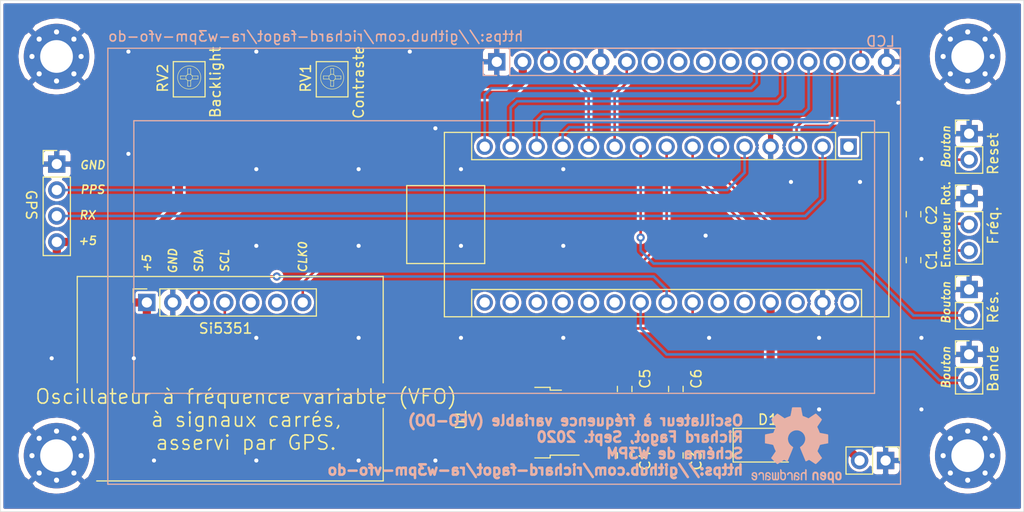
<source format=kicad_pcb>
(kicad_pcb (version 20171130) (host pcbnew "(5.1.6)-1")
  (layers (0 F.Cu signal) (31 B.Cu signal) (34 B.Paste user hide) (35 F.Paste user hide) (36 B.SilkS user) (37 F.SilkS user) (38 B.Mask user hide) (39 F.Mask user) (44 Edge.Cuts user))
  (net 0 "")
  (net 1 "Net-(A1-Pad16)")
  (net 2 D7)
  (net 3 "Net-(A1-Pad30)")
  (net 4 D6)
  (net 5 D5)
  (net 6 "Net-(A1-Pad28)")
  (net 7 D4)
  (net 8 RS)
  (net 9 "Net-(A1-Pad26)")
  (net 10 "Net-(A1-Pad25)")
  (net 11 Résolution)
  (net 12 SCL)
  (net 13 CLK0)
  (net 14 SDA)
  (net 15 RotaryB)
  (net 16 Bande)
  (net 17 RotaryA)
  (net 18 "Net-(A1-Pad21)")
  (net 19 "Net-(A1-Pad20)")
  (net 20 "Net-(A1-Pad19)")
  (net 21 RST)
  (net 22 "Net-(A1-Pad18)")
  (net 23 "Net-(A1-Pad17)")
  (net 24 "Net-(A1-Pad1)")
  (net 25 V0)
  (net 26 A)
  (net 27 "Net-(J8-Pad10)")
  (net 28 "Net-(J8-Pad9)")
  (net 29 "Net-(J8-Pad8)")
  (net 30 "Net-(J8-Pad7)")
  (net 31 +5V)
  (net 32 PPS)
  (net 33 GPS_RX)
  (net 34 E)
  (net 35 +12V)
  (net 36 "Net-(J5-Pad6)")
  (net 37 "Net-(J5-Pad5)")
  (net 38 "Net-(C3-Pad1)")
  (net 39 "Net-(RV2-Pad3)")
  (net 40 GND)
  (module Symbol:OSHW-Logo2_9.8x8mm_SilkScreen (layer B.Cu) (at 177.8 143.51 180)
    (fp_text reference REF** hide)
    (fp_text value OSHW-Logo2_9.8x8mm_SilkScreen hide)
  )
  (module Diode_SMD:D_SMA (layer F.Cu) (at 175 143.5)
    (fp_text reference D1 (at 0 -2.5 180) (layer F.SilkS))
    (fp_text value D_Schottky)
    (pad 2 smd rect (at 2 0) (size 2.5 1.8) (layers F.Cu F.Paste F.Mask) (net 35 +12V))
    (pad 1 smd rect (at -2 0) (size 2.5 1.8) (layers F.Cu F.Paste F.Mask) (net 38 "Net-(C3-Pad1)"))
  )
  (module Package_TO_SOT_SMD:TO-252-2 (layer F.Cu) (at 151.2472 141.295 180)
    (fp_text reference U1 (at 6.2472 0.295 270) (layer F.SilkS))
    (fp_text value L7805)
    (pad 2 smd rect (at 2.1 0 180) (size 6.4 5.8) (layers F.Cu F.Mask) (net 40 GND))
    (pad 3 smd rect (at -4.2 2.28 180) (size 2.2 1.2) (layers F.Cu F.Paste F.Mask) (net 31 +5V))
    (pad 1 smd rect (at -4.2 -2.28 180) (size 2.2 1.2) (layers F.Cu F.Paste F.Mask) (net 38 "Net-(C3-Pad1)"))
  )
  (module Module:Arduino_Nano (layer F.Cu) (at 182.88 114.3 270)
    (fp_text reference A1 hide)
    (fp_text value Arduino_Nano_v3.x hide)
    (pad 16 thru_hole oval (at 15.24 35.56 270) (size 1.6 1.6) (drill 1) (layers *.Cu *.Mask) (net 1 "Net-(A1-Pad16)"))
    (pad 15 thru_hole oval (at 0 35.56 270) (size 1.6 1.6) (drill 1) (layers *.Cu *.Mask) (net 7 D4))
    (pad 30 thru_hole oval (at 15.24 0 270) (size 1.6 1.6) (drill 1) (layers *.Cu *.Mask) (net 3 "Net-(A1-Pad30)"))
    (pad 14 thru_hole oval (at 0 33.02 270) (size 1.6 1.6) (drill 1) (layers *.Cu *.Mask) (net 5 D5))
    (pad 29 thru_hole oval (at 15.24 2.54 270) (size 1.6 1.6) (drill 1) (layers *.Cu *.Mask) (net 40 GND))
    (pad 13 thru_hole oval (at 0 30.48 270) (size 1.6 1.6) (drill 1) (layers *.Cu *.Mask) (net 4 D6))
    (pad 28 thru_hole oval (at 15.24 5.08 270) (size 1.6 1.6) (drill 1) (layers *.Cu *.Mask) (net 6 "Net-(A1-Pad28)"))
    (pad 12 thru_hole oval (at 0 27.94 270) (size 1.6 1.6) (drill 1) (layers *.Cu *.Mask) (net 2 D7))
    (pad 27 thru_hole oval (at 15.24 7.62 270) (size 1.6 1.6) (drill 1) (layers *.Cu *.Mask) (net 31 +5V))
    (pad 11 thru_hole oval (at 0 25.4 270) (size 1.6 1.6) (drill 1) (layers *.Cu *.Mask) (net 8 RS))
    (pad 26 thru_hole oval (at 15.24 10.16 270) (size 1.6 1.6) (drill 1) (layers *.Cu *.Mask) (net 9 "Net-(A1-Pad26)"))
    (pad 10 thru_hole oval (at 0 22.86 270) (size 1.6 1.6) (drill 1) (layers *.Cu *.Mask) (net 34 E))
    (pad 25 thru_hole oval (at 15.24 12.7 270) (size 1.6 1.6) (drill 1) (layers *.Cu *.Mask) (net 10 "Net-(A1-Pad25)"))
    (pad 9 thru_hole oval (at 0 20.32 270) (size 1.6 1.6) (drill 1) (layers *.Cu *.Mask) (net 11 Résolution))
    (pad 24 thru_hole oval (at 15.24 15.24 270) (size 1.6 1.6) (drill 1) (layers *.Cu *.Mask) (net 12 SCL))
    (pad 8 thru_hole oval (at 0 17.78 270) (size 1.6 1.6) (drill 1) (layers *.Cu *.Mask) (net 13 CLK0))
    (pad 23 thru_hole oval (at 15.24 17.78 270) (size 1.6 1.6) (drill 1) (layers *.Cu *.Mask) (net 14 SDA))
    (pad 7 thru_hole oval (at 0 15.24 270) (size 1.6 1.6) (drill 1) (layers *.Cu *.Mask) (net 15 RotaryB))
    (pad 22 thru_hole oval (at 15.24 20.32 270) (size 1.6 1.6) (drill 1) (layers *.Cu *.Mask) (net 16 Bande))
    (pad 6 thru_hole oval (at 0 12.7 270) (size 1.6 1.6) (drill 1) (layers *.Cu *.Mask) (net 17 RotaryA))
    (pad 21 thru_hole oval (at 15.24 22.86 270) (size 1.6 1.6) (drill 1) (layers *.Cu *.Mask) (net 18 "Net-(A1-Pad21)"))
    (pad 5 thru_hole oval (at 0 10.16 270) (size 1.6 1.6) (drill 1) (layers *.Cu *.Mask) (net 32 PPS))
    (pad 20 thru_hole oval (at 15.24 25.4 270) (size 1.6 1.6) (drill 1) (layers *.Cu *.Mask) (net 19 "Net-(A1-Pad20)"))
    (pad 4 thru_hole oval (at 0 7.62 270) (size 1.6 1.6) (drill 1) (layers *.Cu *.Mask) (net 40 GND))
    (pad 19 thru_hole oval (at 15.24 27.94 270) (size 1.6 1.6) (drill 1) (layers *.Cu *.Mask) (net 20 "Net-(A1-Pad19)"))
    (pad 3 thru_hole oval (at 0 5.08 270) (size 1.6 1.6) (drill 1) (layers *.Cu *.Mask) (net 21 RST))
    (pad 18 thru_hole oval (at 15.24 30.48 270) (size 1.6 1.6) (drill 1) (layers *.Cu *.Mask) (net 22 "Net-(A1-Pad18)"))
    (pad 2 thru_hole oval (at 0 2.54 270) (size 1.6 1.6) (drill 1) (layers *.Cu *.Mask) (net 33 GPS_RX))
    (pad 17 thru_hole oval (at 15.24 33.02 270) (size 1.6 1.6) (drill 1) (layers *.Cu *.Mask) (net 23 "Net-(A1-Pad17)"))
    (pad 1 thru_hole rect (at 0 0 270) (size 1.6 1.6) (drill 1) (layers *.Cu *.Mask) (net 24 "Net-(A1-Pad1)"))
  )
  (module Connector_PinHeader_2.54mm:PinHeader_1x04_P2.54mm_Vertical (layer F.Cu) (at 105.5 116)
    (fp_text reference J10 hide)
    (fp_text value GPS hide)
    (pad 4 thru_hole oval (at 0 7.62) (size 1.7 1.7) (drill 1) (layers *.Cu *.Mask) (net 31 +5V))
    (pad 3 thru_hole oval (at 0 5.08) (size 1.7 1.7) (drill 1) (layers *.Cu *.Mask) (net 33 GPS_RX))
    (pad 2 thru_hole oval (at 0 2.54) (size 1.7 1.7) (drill 1) (layers *.Cu *.Mask) (net 32 PPS))
    (pad 1 thru_hole rect (at 0 0) (size 1.7 1.7) (drill 1) (layers *.Cu *.Mask) (net 40 GND))
  )
  (module Capacitor_SMD:C_0805_2012Metric (layer F.Cu) (at 166 138 90)
    (fp_text reference C6 (at 1 2 90) (layer F.SilkS))
    (fp_text value 4.7µF)
    (pad 2 smd roundrect (at 0.9375 0 90) (size 0.975 1.4) (layers F.Cu F.Paste F.Mask) (net 40 GND))
    (pad 1 smd roundrect (at -0.9375 0 90) (size 0.975 1.4) (layers F.Cu F.Paste F.Mask) (net 31 +5V))
  )
  (module Capacitor_SMD:C_0805_2012Metric (layer F.Cu) (at 161 138 90)
    (fp_text reference C5 (at 1 2 90) (layer F.SilkS))
    (fp_text value 0.1µF)
    (pad 2 smd roundrect (at 0.9375 0 90) (size 0.975 1.4) (layers F.Cu F.Paste F.Mask) (net 40 GND))
    (pad 1 smd roundrect (at -0.9375 0 90) (size 0.975 1.4) (layers F.Cu F.Paste F.Mask) (net 31 +5V))
  )
  (module Capacitor_SMD:C_0805_2012Metric (layer F.Cu) (at 161 144.5 270)
    (fp_text reference C4 (at 0.5 -2 90) (layer F.SilkS))
    (fp_text value 0.1µF)
    (pad 2 smd roundrect (at 0.9375 0 270) (size 0.975 1.4) (layers F.Cu F.Paste F.Mask) (net 40 GND))
    (pad 1 smd roundrect (at -0.9375 0 270) (size 0.975 1.4) (layers F.Cu F.Paste F.Mask) (net 38 "Net-(C3-Pad1)"))
  )
  (module Capacitor_SMD:C_0805_2012Metric (layer F.Cu) (at 166 144.5 270)
    (fp_text reference C3 (at 0.5 -2 90) (layer F.SilkS))
    (fp_text value 4.7µF)
    (pad 2 smd roundrect (at 0.9375 0 270) (size 0.975 1.4) (layers F.Cu F.Paste F.Mask) (net 40 GND))
    (pad 1 smd roundrect (at -0.9375 0 270) (size 0.975 1.4) (layers F.Cu F.Paste F.Mask) (net 38 "Net-(C3-Pad1)"))
  )
  (module Capacitor_SMD:C_0805_2012Metric (layer F.Cu) (at 189.23 120.904 270)
    (fp_text reference C2 (at 0.096 -1.77 90) (layer F.SilkS))
    (fp_text value 0.1µF)
    (pad 2 smd roundrect (at 0.9375 0 270) (size 0.975 1.4) (layers F.Cu F.Paste F.Mask) (net 17 RotaryA))
    (pad 1 smd roundrect (at -0.9375 0 270) (size 0.975 1.4) (layers F.Cu F.Paste F.Mask) (net 40 GND))
  )
  (module Capacitor_SMD:C_0805_2012Metric (layer F.Cu) (at 189.23 125.3975 90)
    (fp_text reference C1 (at 0 1.77 90) (layer F.SilkS))
    (fp_text value 0.1µF)
    (pad 2 smd roundrect (at 0.9375 0 90) (size 0.975 1.4) (layers F.Cu F.Paste F.Mask) (net 15 RotaryB))
    (pad 1 smd roundrect (at -0.9375 0 90) (size 0.975 1.4) (layers F.Cu F.Paste F.Mask) (net 40 GND))
  )
  (module Connector_PinHeader_2.54mm:PinHeader_1x02_P2.54mm_Vertical (layer F.Cu) (at 186.5 145 270)
    (fp_text reference J9 hide)
    (fp_text value "Alim +12V" hide)
    (pad 2 thru_hole oval (at 0 2.54 270) (size 1.7 1.7) (drill 1) (layers *.Cu *.Mask) (net 35 +12V))
    (pad 1 thru_hole rect (at 0 0 270) (size 1.7 1.7) (drill 1) (layers *.Cu *.Mask) (net 40 GND))
  )
  (module Connector_PinSocket_2.54mm:PinSocket_1x16_P2.54mm_Vertical (layer B.Cu) (at 148.5 106 270)
    (fp_text reference J8 hide)
    (fp_text value LCD hide)
    (pad 16 thru_hole oval (at 0 -38.1 270) (size 1.7 1.7) (drill 1) (layers *.Cu *.Mask) (net 40 GND))
    (pad 15 thru_hole oval (at 0 -35.56 270) (size 1.7 1.7) (drill 1) (layers *.Cu *.Mask) (net 26 A))
    (pad 14 thru_hole oval (at 0 -33.02 270) (size 1.7 1.7) (drill 1) (layers *.Cu *.Mask) (net 2 D7))
    (pad 13 thru_hole oval (at 0 -30.48 270) (size 1.7 1.7) (drill 1) (layers *.Cu *.Mask) (net 4 D6))
    (pad 12 thru_hole oval (at 0 -27.94 270) (size 1.7 1.7) (drill 1) (layers *.Cu *.Mask) (net 5 D5))
    (pad 11 thru_hole oval (at 0 -25.4 270) (size 1.7 1.7) (drill 1) (layers *.Cu *.Mask) (net 7 D4))
    (pad 10 thru_hole oval (at 0 -22.86 270) (size 1.7 1.7) (drill 1) (layers *.Cu *.Mask) (net 27 "Net-(J8-Pad10)"))
    (pad 9 thru_hole oval (at 0 -20.32 270) (size 1.7 1.7) (drill 1) (layers *.Cu *.Mask) (net 28 "Net-(J8-Pad9)"))
    (pad 8 thru_hole oval (at 0 -17.78 270) (size 1.7 1.7) (drill 1) (layers *.Cu *.Mask) (net 29 "Net-(J8-Pad8)"))
    (pad 7 thru_hole oval (at 0 -15.24 270) (size 1.7 1.7) (drill 1) (layers *.Cu *.Mask) (net 30 "Net-(J8-Pad7)"))
    (pad 6 thru_hole oval (at 0 -12.7 270) (size 1.7 1.7) (drill 1) (layers *.Cu *.Mask) (net 34 E))
    (pad 5 thru_hole oval (at 0 -10.16 270) (size 1.7 1.7) (drill 1) (layers *.Cu *.Mask) (net 40 GND))
    (pad 4 thru_hole oval (at 0 -7.62 270) (size 1.7 1.7) (drill 1) (layers *.Cu *.Mask) (net 8 RS))
    (pad 3 thru_hole oval (at 0 -5.08 270) (size 1.7 1.7) (drill 1) (layers *.Cu *.Mask) (net 25 V0))
    (pad 2 thru_hole oval (at 0 -2.54 270) (size 1.7 1.7) (drill 1) (layers *.Cu *.Mask) (net 31 +5V))
    (pad 1 thru_hole rect (at 0 0 270) (size 1.7 1.7) (drill 1) (layers *.Cu *.Mask) (net 40 GND))
  )
  (module Connector_PinSocket_2.54mm:PinSocket_1x07_P2.54mm_Vertical (layer F.Cu) (at 114.3 129.54 90)
    (fp_text reference J5 hide)
    (fp_text value Si5351 hide)
    (pad 7 thru_hole oval (at 0 15.24 90) (size 1.7 1.7) (drill 1) (layers *.Cu *.Mask) (net 13 CLK0))
    (pad 6 thru_hole oval (at 0 12.7 90) (size 1.7 1.7) (drill 1) (layers *.Cu *.Mask) (net 36 "Net-(J5-Pad6)"))
    (pad 5 thru_hole oval (at 0 10.16 90) (size 1.7 1.7) (drill 1) (layers *.Cu *.Mask) (net 37 "Net-(J5-Pad5)"))
    (pad 4 thru_hole oval (at 0 7.62 90) (size 1.7 1.7) (drill 1) (layers *.Cu *.Mask) (net 12 SCL))
    (pad 3 thru_hole oval (at 0 5.08 90) (size 1.7 1.7) (drill 1) (layers *.Cu *.Mask) (net 14 SDA))
    (pad 2 thru_hole oval (at 0 2.54 90) (size 1.7 1.7) (drill 1) (layers *.Cu *.Mask) (net 40 GND))
    (pad 1 thru_hole rect (at 0 0 90) (size 1.7 1.7) (drill 1) (layers *.Cu *.Mask) (net 31 +5V))
  )
  (module Connector_PinHeader_2.54mm:PinHeader_1x02_P2.54mm_Vertical (layer F.Cu) (at 194.66 128.27)
    (fp_text reference J4 hide)
    (fp_text value Résolution hide)
    (pad 2 thru_hole oval (at 0 2.54) (size 1.7 1.7) (drill 1) (layers *.Cu *.Mask) (net 11 Résolution))
    (pad 1 thru_hole rect (at 0 0) (size 1.7 1.7) (drill 1) (layers *.Cu *.Mask) (net 40 GND))
  )
  (module Connector_PinHeader_2.54mm:PinHeader_1x02_P2.54mm_Vertical (layer F.Cu) (at 194.66 113.03)
    (fp_text reference J3 hide)
    (fp_text value Reset hide)
    (pad 2 thru_hole oval (at 0 2.54) (size 1.7 1.7) (drill 1) (layers *.Cu *.Mask) (net 21 RST))
    (pad 1 thru_hole rect (at 0 0) (size 1.7 1.7) (drill 1) (layers *.Cu *.Mask) (net 40 GND))
  )
  (module Connector_PinHeader_2.54mm:PinHeader_1x02_P2.54mm_Vertical (layer F.Cu) (at 194.66 134.62)
    (fp_text reference J2 hide)
    (fp_text value Bande hide)
    (pad 2 thru_hole oval (at 0 2.54) (size 1.7 1.7) (drill 1) (layers *.Cu *.Mask) (net 16 Bande))
    (pad 1 thru_hole rect (at 0 0) (size 1.7 1.7) (drill 1) (layers *.Cu *.Mask) (net 40 GND))
  )
  (module Connector_PinHeader_2.54mm:PinHeader_1x03_P2.54mm_Vertical (layer F.Cu) (at 194.66 119.38)
    (fp_text reference J1 hide)
    (fp_text value Fréquence hide)
    (pad 3 thru_hole oval (at 0 5.08) (size 1.7 1.7) (drill 1) (layers *.Cu *.Mask) (net 15 RotaryB))
    (pad 2 thru_hole oval (at 0 2.54) (size 1.7 1.7) (drill 1) (layers *.Cu *.Mask) (net 17 RotaryA))
    (pad 1 thru_hole rect (at 0 0) (size 1.7 1.7) (drill 1) (layers *.Cu *.Mask) (net 40 GND))
  )
  (module MountingHole:MountingHole_3.2mm_M3_Pad_Via (layer F.Cu) (at 105.475 105.475)
    (fp_text reference TP1 hide)
    (fp_text value TestPoint_Alt hide)
    (pad 1 thru_hole circle (at 1.697056 -1.697056) (size 0.8 0.8) (drill 0.5) (layers *.Cu *.Mask) (net 40 GND))
    (pad 1 thru_hole circle (at 0 -2.4) (size 0.8 0.8) (drill 0.5) (layers *.Cu *.Mask) (net 40 GND))
    (pad 1 thru_hole circle (at -1.697056 -1.697056) (size 0.8 0.8) (drill 0.5) (layers *.Cu *.Mask) (net 40 GND))
    (pad 1 thru_hole circle (at -2.4 0) (size 0.8 0.8) (drill 0.5) (layers *.Cu *.Mask) (net 40 GND))
    (pad 1 thru_hole circle (at -1.697056 1.697056) (size 0.8 0.8) (drill 0.5) (layers *.Cu *.Mask) (net 40 GND))
    (pad 1 thru_hole circle (at 0 2.4) (size 0.8 0.8) (drill 0.5) (layers *.Cu *.Mask) (net 40 GND))
    (pad 1 thru_hole circle (at 1.697056 1.697056) (size 0.8 0.8) (drill 0.5) (layers *.Cu *.Mask) (net 40 GND))
    (pad 1 thru_hole circle (at 2.4 0) (size 0.8 0.8) (drill 0.5) (layers *.Cu *.Mask) (net 40 GND))
    (pad 1 thru_hole circle (at 0 0) (size 6.4 6.4) (drill 3.2) (layers *.Cu *.Mask) (net 40 GND))
  )
  (module MountingHole:MountingHole_3.2mm_M3_Pad_Via (layer F.Cu) (at 194.525 144.525)
    (fp_text reference TP2 hide)
    (fp_text value TestPoint_Alt hide)
    (pad 1 thru_hole circle (at 0 0) (size 6.4 6.4) (drill 3.2) (layers *.Cu *.Mask) (net 40 GND))
    (pad 1 thru_hole circle (at 2.4 0) (size 0.8 0.8) (drill 0.5) (layers *.Cu *.Mask) (net 40 GND))
    (pad 1 thru_hole circle (at 1.697056 1.697056) (size 0.8 0.8) (drill 0.5) (layers *.Cu *.Mask) (net 40 GND))
    (pad 1 thru_hole circle (at 0 2.4) (size 0.8 0.8) (drill 0.5) (layers *.Cu *.Mask) (net 40 GND))
    (pad 1 thru_hole circle (at -1.697056 1.697056) (size 0.8 0.8) (drill 0.5) (layers *.Cu *.Mask) (net 40 GND))
    (pad 1 thru_hole circle (at -2.4 0) (size 0.8 0.8) (drill 0.5) (layers *.Cu *.Mask) (net 40 GND))
    (pad 1 thru_hole circle (at -1.697056 -1.697056) (size 0.8 0.8) (drill 0.5) (layers *.Cu *.Mask) (net 40 GND))
    (pad 1 thru_hole circle (at 0 -2.4) (size 0.8 0.8) (drill 0.5) (layers *.Cu *.Mask) (net 40 GND))
    (pad 1 thru_hole circle (at 1.697056 -1.697056) (size 0.8 0.8) (drill 0.5) (layers *.Cu *.Mask) (net 40 GND))
  )
  (module MountingHole:MountingHole_3.2mm_M3_Pad_Via (layer F.Cu) (at 194.525 105.475)
    (fp_text reference TP3 hide)
    (fp_text value TestPoint_Alt hide)
    (pad 1 thru_hole circle (at 1.697056 -1.697056) (size 0.8 0.8) (drill 0.5) (layers *.Cu *.Mask) (net 40 GND))
    (pad 1 thru_hole circle (at 0 -2.4) (size 0.8 0.8) (drill 0.5) (layers *.Cu *.Mask) (net 40 GND))
    (pad 1 thru_hole circle (at -1.697056 -1.697056) (size 0.8 0.8) (drill 0.5) (layers *.Cu *.Mask) (net 40 GND))
    (pad 1 thru_hole circle (at -2.4 0) (size 0.8 0.8) (drill 0.5) (layers *.Cu *.Mask) (net 40 GND))
    (pad 1 thru_hole circle (at -1.697056 1.697056) (size 0.8 0.8) (drill 0.5) (layers *.Cu *.Mask) (net 40 GND))
    (pad 1 thru_hole circle (at 0 2.4) (size 0.8 0.8) (drill 0.5) (layers *.Cu *.Mask) (net 40 GND))
    (pad 1 thru_hole circle (at 1.697056 1.697056) (size 0.8 0.8) (drill 0.5) (layers *.Cu *.Mask) (net 40 GND))
    (pad 1 thru_hole circle (at 2.4 0) (size 0.8 0.8) (drill 0.5) (layers *.Cu *.Mask) (net 40 GND))
    (pad 1 thru_hole circle (at 0 0) (size 6.4 6.4) (drill 3.2) (layers *.Cu *.Mask) (net 40 GND))
  )
  (module MountingHole:MountingHole_3.2mm_M3_Pad_Via (layer F.Cu) (at 105.475 144.525)
    (fp_text reference TP4 hide)
    (fp_text value TestPoint_Alt hide)
    (pad 1 thru_hole circle (at 0 0) (size 6.4 6.4) (drill 3.2) (layers *.Cu *.Mask) (net 40 GND))
    (pad 1 thru_hole circle (at 2.4 0) (size 0.8 0.8) (drill 0.5) (layers *.Cu *.Mask) (net 40 GND))
    (pad 1 thru_hole circle (at 1.697056 1.697056) (size 0.8 0.8) (drill 0.5) (layers *.Cu *.Mask) (net 40 GND))
    (pad 1 thru_hole circle (at 0 2.4) (size 0.8 0.8) (drill 0.5) (layers *.Cu *.Mask) (net 40 GND))
    (pad 1 thru_hole circle (at -1.697056 1.697056) (size 0.8 0.8) (drill 0.5) (layers *.Cu *.Mask) (net 40 GND))
    (pad 1 thru_hole circle (at -2.4 0) (size 0.8 0.8) (drill 0.5) (layers *.Cu *.Mask) (net 40 GND))
    (pad 1 thru_hole circle (at -1.697056 -1.697056) (size 0.8 0.8) (drill 0.5) (layers *.Cu *.Mask) (net 40 GND))
    (pad 1 thru_hole circle (at 0 -2.4) (size 0.8 0.8) (drill 0.5) (layers *.Cu *.Mask) (net 40 GND))
    (pad 1 thru_hole circle (at 1.697056 -1.697056) (size 0.8 0.8) (drill 0.5) (layers *.Cu *.Mask) (net 40 GND))
  )
  (module rfa_trimmer:trimmer_3x3 (layer F.Cu) (at 130.81 105.41)
    (fp_text reference RV1 (at -0.98 2.18 90) (layer F.SilkS))
    (fp_text value Contraste hide)
    (pad 3 smd rect (at 2.6 4) (size 1.2 1.2) (layers F.Cu F.Paste F.Mask) (net 40 GND))
    (pad 1 smd rect (at 0.6 4) (size 1.2 1.2) (layers F.Cu F.Paste F.Mask) (net 31 +5V))
    (pad 2 smd rect (at 1.6 0.75) (size 1.6 1.5) (layers F.Cu F.Paste F.Mask) (net 25 V0))
  )
  (module rfa_trimmer:trimmer_3x3 (layer F.Cu) (at 116.84 105.41)
    (fp_text reference RV2 (at -0.98 2.18 90) (layer F.SilkS))
    (fp_text value Backlight hide)
    (pad 2 smd rect (at 1.6 0.75) (size 1.6 1.5) (layers F.Cu F.Paste F.Mask) (net 26 A))
    (pad 1 smd rect (at 0.6 4) (size 1.2 1.2) (layers F.Cu F.Paste F.Mask) (net 31 +5V))
    (pad 3 smd rect (at 2.6 4) (size 1.2 1.2) (layers F.Cu F.Paste F.Mask) (net 39 "Net-(RV2-Pad3)"))
  )
  (gr_text CLK0 (at 129.54 125.095 90) (layer F.SilkS) (effects (font (size 0.8 0.8) (thickness 0.15) italic)))
  (gr_text SCL (at 121.92 125.476 90) (layer F.SilkS) (effects (font (size 0.8 0.8) (thickness 0.15) italic)))
  (gr_text SDA (at 119.38 125.476 90) (layer F.SilkS) (effects (font (size 0.8 0.8) (thickness 0.15) italic)))
  (gr_text GND (at 116.84 125.476 90) (layer F.SilkS) (effects (font (size 0.8 0.8) (thickness 0.15) italic)))
  (gr_text +5 (at 114.3 125.73 90) (layer F.SilkS) (effects (font (size 0.8 0.8) (thickness 0.15) italic)))
  (gr_text "Encodeur Rot." (at 192.405 121.92 90) (layer F.SilkS) (effects (font (size 0.8 0.8))))
  (gr_text Bouton (at 192.405 135.89 90) (layer F.SilkS) (effects (font (size 0.8 0.8) (thickness 0.15) italic)))
  (gr_text Bouton (at 192.405 129.54 90) (layer F.SilkS) (effects (font (size 0.8 0.8) (thickness 0.15) italic)))
  (gr_text Bouton (at 192.405 114.3 90) (layer F.SilkS) (effects (font (size 0.8 0.8) (thickness 0.15) italic)))
  (gr_text https://github.com/richard-fagot/ra-w3pm-vfo-do (at 130.81 103.505) (layer B.SilkS) (effects (font (size 1 1)) (justify mirror)))
  (gr_text +5 (at 108.5 123.5) (layer F.SilkS) (effects (font (size 0.8 0.8) (thickness 0.15) italic)))
  (gr_text RX (at 108.5 121) (layer F.SilkS) (effects (font (size 0.8 0.8) (thickness 0.15) italic)))
  (gr_text PPS (at 109 118.5) (layer F.SilkS) (effects (font (size 0.8 0.8) (thickness 0.15) italic)))
  (gr_text GND (at 109 116.1) (layer F.SilkS) (effects (font (size 0.8 0.8) (thickness 0.15) italic)))
  (gr_line (start 107.5 127) (end 107.5 137.4) (layer F.SilkS) (width 0.12))
  (gr_line (start 137.4 147) (end 109.4 147) (layer F.SilkS) (width 0.12))
  (gr_line (start 137.4 139.9) (end 137.4 147) (layer F.SilkS) (width 0.12))
  (gr_line (start 137.4 127) (end 137.4 137.4) (layer F.SilkS) (width 0.12))
  (gr_line (start 107.5 127) (end 137.4 127) (layer F.SilkS) (width 0.12))
  (gr_line (start 113.03 138.43) (end 113.03 111.76) (layer B.SilkS) (width 0.12))
  (gr_line (start 185.42 138.43) (end 113.03 138.43) (layer B.SilkS) (width 0.12))
  (gr_line (start 185.42 111.76) (end 185.42 138.43) (layer B.SilkS) (width 0.12))
  (gr_line (start 113.03 111.76) (end 185.42 111.76) (layer B.SilkS) (width 0.12))
  (gr_line (start 187.96 147.32) (end 187.96 104.67) (layer B.SilkS) (width 0.12))
  (gr_line (start 110.49 147.32) (end 187.96 147.32) (layer B.SilkS) (width 0.12))
  (gr_line (start 110.49 104.67) (end 110.49 147.32) (layer B.SilkS) (width 0.12))
  (gr_line (start 187.93 104.67) (end 110.49 104.67) (layer B.SilkS) (width 0.12))
  (gr_line (start 139.7 125.73) (end 139.7 118.11) (layer F.SilkS) (width 0.12))
  (gr_line (start 147.32 125.73) (end 139.7 125.73) (layer F.SilkS) (width 0.12))
  (gr_line (start 147.32 118.11) (end 147.32 125.73) (layer F.SilkS) (width 0.12))
  (gr_line (start 139.7 118.11) (end 147.32 118.11) (layer F.SilkS) (width 0.12))
  (gr_text "Oscillateur à fréquence variable (VFO)\nà signaux carrés,\nasservi par GPS." (at 124 141) (layer F.SilkS) (effects (font (size 1.4 1.4))))
  (gr_text "Oscillateur à fréquence variable (VFO-DO)\nRichard Fagot, Sept. 2020\nSchéma de W3PM\nhttps://github.com/richard-fagot/ra-w3pm-vfo-do" (at 172.72 143.51) (layer B.SilkS) (effects (font (size 1 1) (thickness 0.25)) (justify left mirror)))
  (gr_text LCD (at 186 104) (layer B.SilkS) (effects (font (size 1 1)) (justify mirror)))
  (gr_text Bande (at 197 136 90) (layer F.SilkS) (effects (font (size 1 1))))
  (gr_text Fréq. (at 197 122 90) (layer F.SilkS) (effects (font (size 1 1))))
  (gr_text Rés. (at 197 130 90) (layer F.SilkS) (effects (font (size 1 1))))
  (gr_text Reset (at 197 115 90) (layer F.SilkS) (effects (font (size 1 1))))
  (gr_text GPS (at 103 120 270) (layer F.SilkS) (effects (font (size 1 1))))
  (gr_text Si5351 (at 122 132.08) (layer F.SilkS) (effects (font (size 1 1))))
  (gr_text Backlight (at 121 108 90) (layer F.SilkS) (effects (font (size 1 1))))
  (gr_text Contraste (at 135 108 90) (layer F.SilkS) (effects (font (size 1 1))))
  (gr_line (start 100 150) (end 100 100) (layer Edge.Cuts) (width 0.05))
  (gr_line (start 200 150) (end 100 150) (layer Edge.Cuts) (width 0.05))
  (gr_line (start 200 100) (end 200 150) (layer Edge.Cuts) (width 0.05))
  (gr_line (start 100 100) (end 200 100) (layer Edge.Cuts) (width 0.05))
  (segment (start 154.94 114.3) (end 154.94 113.03) (width 0.25) (layer B.Cu) (net 2))
  (segment (start 154.94 113.03) (end 155.575 112.395) (width 0.25) (layer B.Cu) (net 2))
  (segment (start 155.575 112.395) (end 180.975 112.395) (width 0.25) (layer B.Cu) (net 2))
  (segment (start 181.52 111.85) (end 181.52 106) (width 0.25) (layer B.Cu) (net 2))
  (segment (start 180.975 112.395) (end 181.52 111.85) (width 0.25) (layer B.Cu) (net 2))
  (segment (start 152.4 114.3) (end 152.4 111.76) (width 0.25) (layer B.Cu) (net 4))
  (segment (start 152.4 111.76) (end 153.035 111.125) (width 0.25) (layer B.Cu) (net 4))
  (segment (start 153.035 111.125) (end 178.435 111.125) (width 0.25) (layer B.Cu) (net 4))
  (segment (start 178.98 110.58) (end 178.98 106) (width 0.25) (layer B.Cu) (net 4))
  (segment (start 178.435 111.125) (end 178.98 110.58) (width 0.25) (layer B.Cu) (net 4))
  (segment (start 149.86 114.3) (end 149.86 110.49) (width 0.25) (layer B.Cu) (net 5))
  (segment (start 149.86 110.49) (end 150.495 109.855) (width 0.25) (layer B.Cu) (net 5))
  (segment (start 150.495 109.855) (end 175.895 109.855) (width 0.25) (layer B.Cu) (net 5))
  (segment (start 176.44 109.31) (end 176.44 106) (width 0.25) (layer B.Cu) (net 5))
  (segment (start 175.895 109.855) (end 176.44 109.31) (width 0.25) (layer B.Cu) (net 5))
  (segment (start 173.9 108.04) (end 173.9 106) (width 0.25) (layer B.Cu) (net 7))
  (segment (start 147.955 108.585) (end 173.355 108.585) (width 0.25) (layer B.Cu) (net 7))
  (segment (start 173.355 108.585) (end 173.9 108.04) (width 0.25) (layer B.Cu) (net 7))
  (segment (start 147.32 114.3) (end 147.32 109.22) (width 0.25) (layer B.Cu) (net 7))
  (segment (start 147.32 109.22) (end 147.955 108.585) (width 0.25) (layer B.Cu) (net 7))
  (segment (start 156.12 106) (end 156.12 107.86) (width 0.25) (layer F.Cu) (net 8))
  (segment (start 156.12 107.86) (end 157.48 109.22) (width 0.25) (layer F.Cu) (net 8))
  (segment (start 157.48 109.22) (end 157.48 114.3) (width 0.25) (layer F.Cu) (net 8))
  (segment (start 184.15 125.73) (end 163.83 125.73) (width 0.25) (layer B.Cu) (net 11))
  (segment (start 163.83 125.73) (end 162.56 124.46) (width 0.25) (layer B.Cu) (net 11))
  (via (at 162.56 123.19) (size 0.8) (drill 0.4) (layers F.Cu B.Cu) (net 11))
  (segment (start 162.56 124.46) (end 162.56 123.19) (width 0.25) (layer B.Cu) (net 11))
  (segment (start 162.56 123.19) (end 162.56 114.3) (width 0.25) (layer F.Cu) (net 11))
  (segment (start 189.23 130.81) (end 184.15 125.73) (width 0.25) (layer B.Cu) (net 11))
  (segment (start 194.66 130.81) (end 189.23 130.81) (width 0.25) (layer B.Cu) (net 11))
  (segment (start 121.92 129.54) (end 121.92 130.81) (width 0.25) (layer F.Cu) (net 12))
  (segment (start 121.92 130.81) (end 123.19 132.08) (width 0.25) (layer F.Cu) (net 12))
  (segment (start 123.19 132.08) (end 166.37 132.08) (width 0.25) (layer F.Cu) (net 12))
  (segment (start 167.64 130.81) (end 167.64 129.54) (width 0.25) (layer F.Cu) (net 12))
  (segment (start 166.37 132.08) (end 167.64 130.81) (width 0.25) (layer F.Cu) (net 12))
  (segment (start 165.1 123.19) (end 165.1 114.3) (width 0.25) (layer F.Cu) (net 13))
  (segment (start 162.56 125.73) (end 165.1 123.19) (width 0.25) (layer F.Cu) (net 13))
  (segment (start 129.54 130) (end 129.54 127.635) (width 0.25) (layer F.Cu) (net 13))
  (segment (start 131.445 125.73) (end 162.56 125.73) (width 0.25) (layer F.Cu) (net 13))
  (segment (start 129.54 127.635) (end 131.445 125.73) (width 0.25) (layer F.Cu) (net 13))
  (segment (start 119.38 129.54) (end 119.38 128.27) (width 0.25) (layer F.Cu) (net 14))
  (segment (start 119.38 128.27) (end 120.65 127) (width 0.25) (layer F.Cu) (net 14))
  (via (at 127 127) (size 0.8) (drill 0.4) (layers F.Cu B.Cu) (net 14))
  (segment (start 120.65 127) (end 127 127) (width 0.25) (layer F.Cu) (net 14))
  (segment (start 127 127) (end 163.83 127) (width 0.25) (layer B.Cu) (net 14))
  (segment (start 163.83 127) (end 165.1 128.27) (width 0.25) (layer B.Cu) (net 14))
  (segment (start 165.1 128.27) (end 165.1 129.54) (width 0.25) (layer B.Cu) (net 14))
  (segment (start 189.23 124.46) (end 194.66 124.46) (width 0.25) (layer F.Cu) (net 15))
  (segment (start 167.64 116.84) (end 167.64 114.3) (width 0.25) (layer F.Cu) (net 15))
  (segment (start 189.23 124.46) (end 175.26 124.46) (width 0.25) (layer F.Cu) (net 15))
  (segment (start 175.26 124.46) (end 167.64 116.84) (width 0.25) (layer F.Cu) (net 15))
  (segment (start 162.56 129.54) (end 162.56 132.08) (width 0.25) (layer B.Cu) (net 16))
  (segment (start 165.1 134.62) (end 189.23 134.62) (width 0.25) (layer B.Cu) (net 16))
  (segment (start 162.56 132.08) (end 165.1 134.62) (width 0.25) (layer B.Cu) (net 16))
  (segment (start 191.77 137.16) (end 189.23 134.62) (width 0.25) (layer B.Cu) (net 16))
  (segment (start 194.66 137.16) (end 191.77 137.16) (width 0.25) (layer B.Cu) (net 16))
  (segment (start 194.5815 121.8415) (end 194.66 121.92) (width 0.25) (layer F.Cu) (net 17))
  (segment (start 189.23 121.8415) (end 194.5815 121.8415) (width 0.25) (layer F.Cu) (net 17))
  (segment (start 189.1515 121.92) (end 189.23 121.8415) (width 0.25) (layer F.Cu) (net 17))
  (segment (start 175.26 121.92) (end 189.1515 121.92) (width 0.25) (layer F.Cu) (net 17))
  (segment (start 170.18 114.3) (end 170.18 116.84) (width 0.25) (layer F.Cu) (net 17))
  (segment (start 170.18 116.84) (end 175.26 121.92) (width 0.25) (layer F.Cu) (net 17))
  (segment (start 194.66 115.57) (end 193.04 115.57) (width 0.25) (layer F.Cu) (net 21))
  (segment (start 193.04 115.57) (end 189.23 111.76) (width 0.25) (layer F.Cu) (net 21))
  (segment (start 189.23 111.76) (end 178.435 111.76) (width 0.25) (layer F.Cu) (net 21))
  (segment (start 178.435 111.76) (end 177.8 112.395) (width 0.25) (layer F.Cu) (net 21))
  (segment (start 177.8 112.395) (end 177.8 114.3) (width 0.25) (layer F.Cu) (net 21))
  (segment (start 153.58 104.05) (end 153.58 106) (width 0.25) (layer F.Cu) (net 25))
  (segment (start 153.035 103.505) (end 153.58 104.05) (width 0.25) (layer F.Cu) (net 25))
  (segment (start 132.715 103.505) (end 153.035 103.505) (width 0.25) (layer F.Cu) (net 25))
  (segment (start 132.41 103.81) (end 132.715 103.505) (width 0.25) (layer F.Cu) (net 25))
  (segment (start 132.41 106.16) (end 132.41 103.81) (width 0.25) (layer F.Cu) (net 25))
  (segment (start 184.06 104.05) (end 184.06 106) (width 0.25) (layer F.Cu) (net 26))
  (segment (start 182.88 102.87) (end 184.06 104.05) (width 0.25) (layer F.Cu) (net 26))
  (segment (start 118.745 102.87) (end 182.88 102.87) (width 0.25) (layer F.Cu) (net 26))
  (segment (start 118.44 106.16) (end 118.44 103.175) (width 0.25) (layer F.Cu) (net 26))
  (segment (start 118.44 103.175) (end 118.745 102.87) (width 0.25) (layer F.Cu) (net 26))
  (segment (start 155.4472 139.015) (end 155.525 139.015) (width 0.8) (layer F.Cu) (net 31))
  (segment (start 105.5 123.62) (end 105.5 128.36) (width 0.8) (layer F.Cu) (net 31))
  (segment (start 106.68 129.54) (end 114.3 129.54) (width 0.8) (layer F.Cu) (net 31))
  (segment (start 105.5 128.36) (end 106.68 129.54) (width 0.8) (layer F.Cu) (net 31))
  (segment (start 160.9225 139.015) (end 161 138.9375) (width 0.8) (layer F.Cu) (net 31))
  (segment (start 155.4472 139.015) (end 160.9225 139.015) (width 0.8) (layer F.Cu) (net 31))
  (segment (start 161 138.9375) (end 166 138.9375) (width 0.8) (layer F.Cu) (net 31))
  (segment (start 166 138.9375) (end 173.4825 138.9375) (width 0.8) (layer F.Cu) (net 31))
  (segment (start 175.26 137.16) (end 175.26 129.54) (width 0.8) (layer F.Cu) (net 31))
  (segment (start 173.4825 138.9375) (end 175.26 137.16) (width 0.8) (layer F.Cu) (net 31))
  (segment (start 151.04 107.86) (end 151.04 106) (width 0.8) (layer F.Cu) (net 31))
  (segment (start 140.97 109.22) (end 149.68 109.22) (width 0.8) (layer F.Cu) (net 31))
  (segment (start 149.68 109.22) (end 151.04 107.86) (width 0.8) (layer F.Cu) (net 31))
  (segment (start 135.89 114.3) (end 140.97 109.22) (width 0.8) (layer F.Cu) (net 31))
  (segment (start 155.4472 136.9472) (end 155.4472 139.015) (width 0.8) (layer F.Cu) (net 31))
  (segment (start 154.39 135.89) (end 155.4472 136.9472) (width 0.8) (layer F.Cu) (net 31))
  (segment (start 114.3 129.54) (end 114.3 132.08) (width 0.8) (layer F.Cu) (net 31))
  (segment (start 118.11 135.89) (end 154.39 135.89) (width 0.8) (layer F.Cu) (net 31))
  (segment (start 114.3 132.08) (end 118.11 135.89) (width 0.8) (layer F.Cu) (net 31))
  (segment (start 135.255 114.3) (end 135.89 114.3) (width 0.8) (layer F.Cu) (net 31))
  (segment (start 131.41 109.41) (end 131.41 111.795) (width 0.8) (layer F.Cu) (net 31))
  (segment (start 131.41 111.795) (end 128.905 114.3) (width 0.8) (layer F.Cu) (net 31))
  (segment (start 128.905 114.3) (end 135.89 114.3) (width 0.8) (layer F.Cu) (net 31))
  (segment (start 105.5 123.62) (end 113.87 123.62) (width 0.8) (layer F.Cu) (net 31))
  (segment (start 113.87 123.62) (end 117.44 120.05) (width 0.8) (layer F.Cu) (net 31))
  (segment (start 119.38 114.3) (end 117.44 116.24) (width 0.8) (layer F.Cu) (net 31))
  (segment (start 128.905 114.3) (end 119.38 114.3) (width 0.8) (layer F.Cu) (net 31))
  (segment (start 117.44 120.05) (end 117.44 116.24) (width 0.8) (layer F.Cu) (net 31))
  (segment (start 117.44 116.24) (end 117.44 109.41) (width 0.8) (layer F.Cu) (net 31))
  (segment (start 105.5 118.54) (end 171.02 118.54) (width 0.25) (layer B.Cu) (net 32))
  (segment (start 172.72 116.84) (end 172.72 114.3) (width 0.25) (layer B.Cu) (net 32))
  (segment (start 171.02 118.54) (end 172.72 116.84) (width 0.25) (layer B.Cu) (net 32))
  (segment (start 105.5 121.08) (end 178.64 121.08) (width 0.25) (layer B.Cu) (net 33))
  (segment (start 180.34 119.38) (end 180.34 114.3) (width 0.25) (layer B.Cu) (net 33))
  (segment (start 178.64 121.08) (end 180.34 119.38) (width 0.25) (layer B.Cu) (net 33))
  (segment (start 161.2 106) (end 161.2 108.04) (width 0.25) (layer F.Cu) (net 34))
  (segment (start 160.02 109.22) (end 160.02 114.3) (width 0.25) (layer F.Cu) (net 34))
  (segment (start 161.2 108.04) (end 160.02 109.22) (width 0.25) (layer F.Cu) (net 34))
  (segment (start 182.46 143.5) (end 183.96 145) (width 0.8) (layer F.Cu) (net 35))
  (segment (start 177 143.5) (end 182.46 143.5) (width 0.8) (layer F.Cu) (net 35))
  (segment (start 160.9875 143.575) (end 161 143.5625) (width 0.8) (layer F.Cu) (net 38))
  (segment (start 155.4472 143.575) (end 160.9875 143.575) (width 0.8) (layer F.Cu) (net 38))
  (segment (start 161 143.5625) (end 166 143.5625) (width 0.8) (layer F.Cu) (net 38))
  (segment (start 172.9375 143.5625) (end 173 143.5) (width 0.8) (layer F.Cu) (net 38))
  (segment (start 166 143.5625) (end 172.9375 143.5625) (width 0.8) (layer F.Cu) (net 38))
  (via (at 125 105) (size 0.8) (drill 0.4) (layers F.Cu B.Cu) (net 40))
  (via (at 140 105) (size 0.8) (drill 0.4) (layers F.Cu B.Cu) (net 40))
  (via (at 125 145) (size 0.8) (drill 0.4) (layers F.Cu B.Cu) (net 40))
  (via (at 115 145) (size 0.8) (drill 0.4) (layers F.Cu B.Cu) (net 40))
  (via (at 113.03 135) (size 0.8) (drill 0.4) (layers F.Cu B.Cu) (net 40))
  (via (at 135 145) (size 0.8) (drill 0.4) (layers F.Cu B.Cu) (net 40))
  (via (at 105 135) (size 0.8) (drill 0.4) (layers F.Cu B.Cu) (net 40))
  (via (at 112.5 105) (size 0.8) (drill 0.4) (layers F.Cu B.Cu) (net 40))
  (via (at 112.5 115) (size 0.8) (drill 0.4) (layers F.Cu B.Cu) (net 40))
  (via (at 125 124) (size 0.8) (drill 0.4) (layers F.Cu B.Cu) (net 40))
  (via (at 142.5 145) (size 0.8) (drill 0.4) (layers F.Cu B.Cu) (net 40))
  (via (at 190 140) (size 0.8) (drill 0.4) (layers F.Cu B.Cu) (net 40))
  (via (at 135 133) (size 0.8) (drill 0.4) (layers F.Cu B.Cu) (net 40))
  (via (at 125 116.5) (size 0.8) (drill 0.4) (layers F.Cu B.Cu) (net 40))
  (via (at 145 133) (size 0.8) (drill 0.4) (layers F.Cu B.Cu) (net 40))
  (via (at 155 133) (size 0.8) (drill 0.4) (layers F.Cu B.Cu) (net 40))
  (via (at 180 133) (size 0.8) (drill 0.4) (layers F.Cu B.Cu) (net 40))
  (via (at 135 124) (size 0.8) (drill 0.4) (layers F.Cu B.Cu) (net 40))
  (via (at 145 124) (size 0.8) (drill 0.4) (layers F.Cu B.Cu) (net 40))
  (via (at 155 124) (size 0.8) (drill 0.4) (layers F.Cu B.Cu) (net 40))
  (via (at 168.91 123) (size 0.8) (drill 0.4) (layers F.Cu B.Cu) (net 40))
  (via (at 125 133) (size 0.8) (drill 0.4) (layers F.Cu B.Cu) (net 40))
  (via (at 180 140) (size 0.8) (drill 0.4) (layers F.Cu B.Cu) (net 40))
  (via (at 135 116.5) (size 0.8) (drill 0.4) (layers F.Cu B.Cu) (net 40))
  (via (at 142.5 112.5) (size 0.8) (drill 0.4) (layers F.Cu B.Cu) (net 40))
  (via (at 169.25 133) (size 0.8) (drill 0.4) (layers F.Cu B.Cu) (net 40))
  (via (at 190 133) (size 0.8) (drill 0.4) (layers F.Cu B.Cu) (net 40))
  (via (at 145 116.5) (size 0.8) (drill 0.4) (layers F.Cu B.Cu) (net 40))
  (via (at 155 116.5) (size 0.8) (drill 0.4) (layers F.Cu B.Cu) (net 40))
  (via (at 177.25 117.75) (size 0.8) (drill 0.4) (layers F.Cu B.Cu) (net 40))
  (via (at 184 117.75) (size 0.8) (drill 0.4) (layers F.Cu B.Cu) (net 40))
  (via (at 190 115.5) (size 0.8) (drill 0.4) (layers F.Cu B.Cu) (net 40))
  (via (at 187.75 110) (size 0.8) (drill 0.4) (layers F.Cu B.Cu) (net 40))
  (zone (net 40) (net_name GND) (layer F.Cu) (connect_pads (clearance 0.254)) (min_thickness 0.254) (fill yes (arc_segments 32) (thermal_gap 0.508) (thermal_bridge_width 0.508))
    (polygon (pts (xy 200 150) (xy 100 150) (xy 100 100) (xy 200 100)))
  )
  (zone (net 40) (net_name GND) (layer B.Cu) (connect_pads (clearance 0.254)) (min_thickness 0.254) (fill yes (arc_segments 32) (thermal_gap 0.508) (thermal_bridge_width 0.508))
    (polygon (pts (xy 200 150) (xy 100 150) (xy 100 100) (xy 200 100)))
  )
)
</source>
